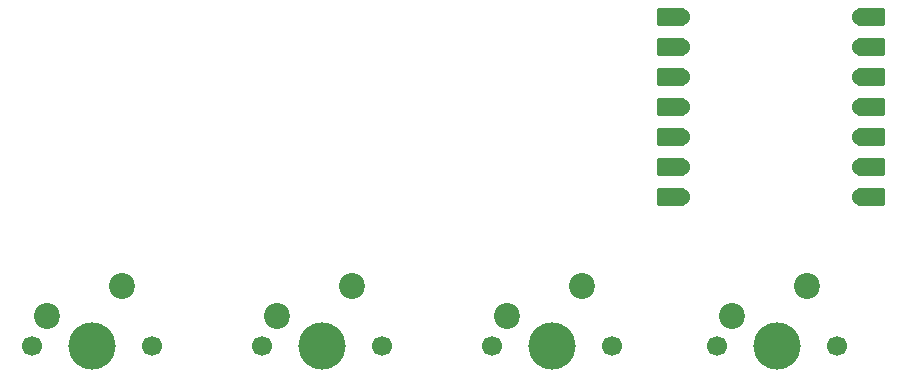
<source format=gbr>
%TF.GenerationSoftware,KiCad,Pcbnew,9.0.2*%
%TF.CreationDate,2025-06-28T12:52:55-04:00*%
%TF.ProjectId,Kicadproject1,4b696361-6470-4726-9f6a-656374312e6b,rev?*%
%TF.SameCoordinates,Original*%
%TF.FileFunction,Soldermask,Top*%
%TF.FilePolarity,Negative*%
%FSLAX46Y46*%
G04 Gerber Fmt 4.6, Leading zero omitted, Abs format (unit mm)*
G04 Created by KiCad (PCBNEW 9.0.2) date 2025-06-28 12:52:55*
%MOMM*%
%LPD*%
G01*
G04 APERTURE LIST*
G04 Aperture macros list*
%AMRoundRect*
0 Rectangle with rounded corners*
0 $1 Rounding radius*
0 $2 $3 $4 $5 $6 $7 $8 $9 X,Y pos of 4 corners*
0 Add a 4 corners polygon primitive as box body*
4,1,4,$2,$3,$4,$5,$6,$7,$8,$9,$2,$3,0*
0 Add four circle primitives for the rounded corners*
1,1,$1+$1,$2,$3*
1,1,$1+$1,$4,$5*
1,1,$1+$1,$6,$7*
1,1,$1+$1,$8,$9*
0 Add four rect primitives between the rounded corners*
20,1,$1+$1,$2,$3,$4,$5,0*
20,1,$1+$1,$4,$5,$6,$7,0*
20,1,$1+$1,$6,$7,$8,$9,0*
20,1,$1+$1,$8,$9,$2,$3,0*%
G04 Aperture macros list end*
%ADD10C,2.200000*%
%ADD11C,1.700000*%
%ADD12C,4.000000*%
%ADD13RoundRect,0.152400X1.063600X0.609600X-1.063600X0.609600X-1.063600X-0.609600X1.063600X-0.609600X0*%
%ADD14C,1.524000*%
%ADD15RoundRect,0.152400X-1.063600X-0.609600X1.063600X-0.609600X1.063600X0.609600X-1.063600X0.609600X0*%
G04 APERTURE END LIST*
D10*
%TO.C,SW4*%
X59690000Y-87460000D03*
X66040000Y-84920000D03*
D11*
X68580000Y-90000000D03*
D12*
X63500000Y-90000000D03*
D11*
X58420000Y-90000000D03*
%TD*%
D13*
%TO.C,U1*%
X112545000Y-62148500D03*
D14*
X113380000Y-62148500D03*
D13*
X112545000Y-64688500D03*
D14*
X113380000Y-64688500D03*
D13*
X112545000Y-67228500D03*
D14*
X113380000Y-67228500D03*
D13*
X112545000Y-69768500D03*
D14*
X113380000Y-69768500D03*
D13*
X112545000Y-72308500D03*
D14*
X113380000Y-72308500D03*
D13*
X112545000Y-74848500D03*
D14*
X113380000Y-74848500D03*
D13*
X112545000Y-77388500D03*
D14*
X113380000Y-77388500D03*
X128620000Y-77388500D03*
D15*
X129455000Y-77388500D03*
D14*
X128620000Y-74848500D03*
D15*
X129455000Y-74848500D03*
D14*
X128620000Y-72308500D03*
D15*
X129455000Y-72308500D03*
D14*
X128620000Y-69768500D03*
D15*
X129455000Y-69768500D03*
D14*
X128620000Y-67228500D03*
D15*
X129455000Y-67228500D03*
D14*
X128620000Y-64688500D03*
D15*
X129455000Y-64688500D03*
D14*
X128620000Y-62148500D03*
D15*
X129455000Y-62148500D03*
%TD*%
D11*
%TO.C,SW3*%
X116420000Y-90000000D03*
D12*
X121500000Y-90000000D03*
D11*
X126580000Y-90000000D03*
D10*
X124040000Y-84920000D03*
X117690000Y-87460000D03*
%TD*%
D11*
%TO.C,SW2*%
X97420000Y-90000000D03*
D12*
X102500000Y-90000000D03*
D11*
X107580000Y-90000000D03*
D10*
X105040000Y-84920000D03*
X98690000Y-87460000D03*
%TD*%
D11*
%TO.C,SW1*%
X77920000Y-90000000D03*
D12*
X83000000Y-90000000D03*
D11*
X88080000Y-90000000D03*
D10*
X85540000Y-84920000D03*
X79190000Y-87460000D03*
%TD*%
M02*

</source>
